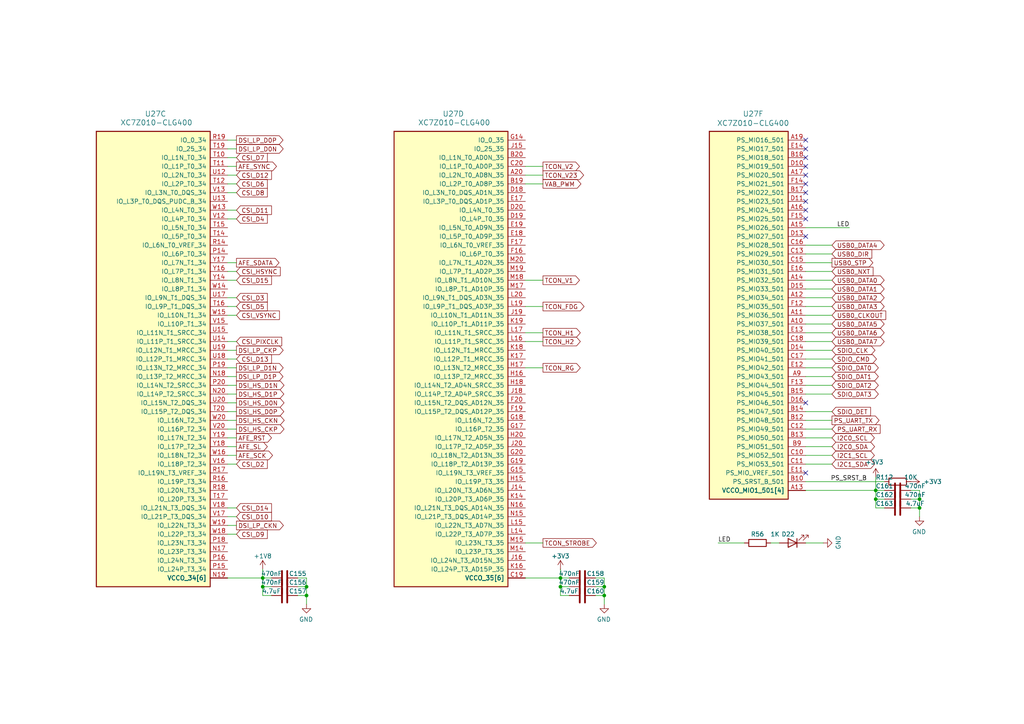
<source format=kicad_sch>
(kicad_sch (version 20231120) (generator "eeschema") (generator_version "8.0")
  (paper "A4")
  (junction (at 175.26 170.18))
  (junction (at 162.56 167.64))
  (junction (at 88.9 172.72))
  (junction (at 254 144.78))
  (junction (at 254 142.24))
  (junction (at 88.9 170.18))
  (junction (at 76.2 170.18))
  (junction (at 266.7 147.32))
  (junction (at 266.7 144.78))
  (junction (at 162.56 170.18))
  (junction (at 76.2 167.64))
  (junction (at 175.26 172.72))
  (no_connect (at 233.68 43.18))
  (no_connect (at 233.68 63.5))
  (no_connect (at 233.68 60.96))
  (no_connect (at 233.68 68.58))
  (no_connect (at 233.68 137.16))
  (no_connect (at 233.68 53.34))
  (no_connect (at 233.68 116.84))
  (no_connect (at 233.68 58.42))
  (no_connect (at 233.68 48.26))
  (no_connect (at 233.68 45.72))
  (no_connect (at 233.68 50.8))
  (no_connect (at 233.68 55.88))
  (no_connect (at 233.68 40.64))
  (wire (pts (xy 66.04 55.88) (xy 68.58 55.88)))
  (wire (pts (xy 66.04 101.6) (xy 68.58 101.6)))
  (wire (pts (xy 241.3 71.12) (xy 233.68 71.12)))
  (wire (pts (xy 241.3 114.3) (xy 233.68 114.3)))
  (wire (pts (xy 66.04 48.26) (xy 68.58 48.26)))
  (wire (pts (xy 172.72 167.64) (xy 175.26 167.64)))
  (wire (pts (xy 66.04 91.44) (xy 68.58 91.44)))
  (wire (pts (xy 88.9 167.64) (xy 88.9 170.18)))
  (wire (pts (xy 233.68 132.08) (xy 241.3 132.08)))
  (wire (pts (xy 66.04 119.38) (xy 68.58 119.38)))
  (wire (pts (xy 264.16 142.24) (xy 266.7 142.24)))
  (wire (pts (xy 241.3 76.2) (xy 233.68 76.2)))
  (wire (pts (xy 241.3 81.28) (xy 233.68 81.28)))
  (wire (pts (xy 241.3 111.76) (xy 233.68 111.76)))
  (wire (pts (xy 66.04 104.14) (xy 68.58 104.14)))
  (wire (pts (xy 157.48 96.52) (xy 152.4 96.52)))
  (wire (pts (xy 88.9 170.18) (xy 88.9 172.72)))
  (wire (pts (xy 66.04 167.64) (xy 76.2 167.64)))
  (wire (pts (xy 66.04 116.84) (xy 68.58 116.84)))
  (wire (pts (xy 241.3 86.36) (xy 233.68 86.36)))
  (wire (pts (xy 241.3 109.22) (xy 233.68 109.22)))
  (wire (pts (xy 157.48 50.8) (xy 152.4 50.8)))
  (wire (pts (xy 241.3 91.44) (xy 233.68 91.44)))
  (wire (pts (xy 66.04 88.9) (xy 68.58 88.9)))
  (wire (pts (xy 172.72 172.72) (xy 175.26 172.72)))
  (wire (pts (xy 233.68 127) (xy 241.3 127)))
  (wire (pts (xy 233.68 124.46) (xy 241.3 124.46)))
  (wire (pts (xy 66.04 127) (xy 68.58 127)))
  (wire (pts (xy 175.26 175.26) (xy 175.26 172.72)))
  (wire (pts (xy 233.68 134.62) (xy 241.3 134.62)))
  (wire (pts (xy 208.28 157.48) (xy 215.9 157.48)))
  (wire (pts (xy 266.7 142.24) (xy 266.7 144.78)))
  (wire (pts (xy 162.56 170.18) (xy 162.56 167.64)))
  (wire (pts (xy 78.74 172.72) (xy 76.2 172.72)))
  (wire (pts (xy 157.48 81.28) (xy 152.4 81.28)))
  (wire (pts (xy 66.04 121.92) (xy 68.58 121.92)))
  (wire (pts (xy 162.56 172.72) (xy 162.56 170.18)))
  (wire (pts (xy 233.68 129.54) (xy 241.3 129.54)))
  (wire (pts (xy 76.2 172.72) (xy 76.2 170.18)))
  (wire (pts (xy 76.2 167.64) (xy 78.74 167.64)))
  (wire (pts (xy 241.3 104.14) (xy 233.68 104.14)))
  (wire (pts (xy 254 147.32) (xy 254 144.78)))
  (wire (pts (xy 66.04 147.32) (xy 68.58 147.32)))
  (wire (pts (xy 162.56 165.1) (xy 162.56 167.64)))
  (wire (pts (xy 172.72 170.18) (xy 175.26 170.18)))
  (wire (pts (xy 241.3 106.68) (xy 233.68 106.68)))
  (wire (pts (xy 66.04 134.62) (xy 68.58 134.62)))
  (wire (pts (xy 66.04 154.94) (xy 68.58 154.94)))
  (wire (pts (xy 266.7 144.78) (xy 266.7 147.32)))
  (wire (pts (xy 162.56 167.64) (xy 165.1 167.64)))
  (wire (pts (xy 246.38 66.04) (xy 233.68 66.04)))
  (wire (pts (xy 66.04 40.64) (xy 68.58 40.64)))
  (wire (pts (xy 66.04 43.18) (xy 68.58 43.18)))
  (wire (pts (xy 241.3 99.06) (xy 233.68 99.06)))
  (wire (pts (xy 264.16 147.32) (xy 266.7 147.32)))
  (wire (pts (xy 157.48 88.9) (xy 152.4 88.9)))
  (wire (pts (xy 66.04 81.28) (xy 68.58 81.28)))
  (wire (pts (xy 157.48 106.68) (xy 152.4 106.68)))
  (wire (pts (xy 233.68 121.92) (xy 241.3 121.92)))
  (wire (pts (xy 241.3 93.98) (xy 233.68 93.98)))
  (wire (pts (xy 256.54 147.32) (xy 254 147.32)))
  (wire (pts (xy 86.36 170.18) (xy 88.9 170.18)))
  (wire (pts (xy 66.04 86.36) (xy 68.58 86.36)))
  (wire (pts (xy 66.04 106.68) (xy 68.58 106.68)))
  (wire (pts (xy 264.16 144.78) (xy 266.7 144.78)))
  (wire (pts (xy 66.04 111.76) (xy 68.58 111.76)))
  (wire (pts (xy 66.04 114.3) (xy 68.58 114.3)))
  (wire (pts (xy 66.04 63.5) (xy 68.58 63.5)))
  (wire (pts (xy 152.4 167.64) (xy 162.56 167.64)))
  (wire (pts (xy 254 144.78) (xy 254 142.24)))
  (wire (pts (xy 254 138.43) (xy 254 142.24)))
  (wire (pts (xy 241.3 83.82) (xy 233.68 83.82)))
  (wire (pts (xy 175.26 167.64) (xy 175.26 170.18)))
  (wire (pts (xy 66.04 45.72) (xy 68.58 45.72)))
  (wire (pts (xy 66.04 132.08) (xy 68.58 132.08)))
  (wire (pts (xy 241.3 96.52) (xy 233.68 96.52)))
  (wire (pts (xy 241.3 119.38) (xy 233.68 119.38)))
  (wire (pts (xy 66.04 129.54) (xy 68.58 129.54)))
  (wire (pts (xy 66.04 124.46) (xy 68.58 124.46)))
  (wire (pts (xy 66.04 152.4) (xy 68.58 152.4)))
  (wire (pts (xy 76.2 170.18) (xy 76.2 167.64)))
  (wire (pts (xy 88.9 175.26) (xy 88.9 172.72)))
  (wire (pts (xy 66.04 50.8) (xy 68.58 50.8)))
  (wire (pts (xy 241.3 101.6) (xy 233.68 101.6)))
  (wire (pts (xy 66.04 78.74) (xy 68.58 78.74)))
  (wire (pts (xy 66.04 76.2) (xy 68.58 76.2)))
  (wire (pts (xy 66.04 60.96) (xy 68.58 60.96)))
  (wire (pts (xy 165.1 172.72) (xy 162.56 172.72)))
  (wire (pts (xy 241.3 78.74) (xy 233.68 78.74)))
  (wire (pts (xy 66.04 99.06) (xy 68.58 99.06)))
  (wire (pts (xy 223.52 157.48) (xy 226.06 157.48)))
  (wire (pts (xy 165.1 170.18) (xy 162.56 170.18)))
  (wire (pts (xy 266.7 149.86) (xy 266.7 147.32)))
  (wire (pts (xy 256.54 144.78) (xy 254 144.78)))
  (wire (pts (xy 233.68 142.24) (xy 254 142.24)))
  (wire (pts (xy 233.68 139.7) (xy 256.54 139.7)))
  (wire (pts (xy 175.26 170.18) (xy 175.26 172.72)))
  (wire (pts (xy 241.3 73.66) (xy 233.68 73.66)))
  (wire (pts (xy 66.04 109.22) (xy 68.58 109.22)))
  (wire (pts (xy 66.04 53.34) (xy 68.58 53.34)))
  (wire (pts (xy 152.4 53.34) (xy 157.48 53.34)))
  (wire (pts (xy 66.04 149.86) (xy 68.58 149.86)))
  (wire (pts (xy 78.74 170.18) (xy 76.2 170.18)))
  (wire (pts (xy 254 142.24) (xy 256.54 142.24)))
  (wire (pts (xy 157.48 48.26) (xy 152.4 48.26)))
  (wire (pts (xy 157.48 99.06) (xy 152.4 99.06)))
  (wire (pts (xy 157.48 157.48) (xy 152.4 157.48)))
  (wire (pts (xy 86.36 172.72) (xy 88.9 172.72)))
  (wire (pts (xy 86.36 167.64) (xy 88.9 167.64)))
  (wire (pts (xy 241.3 88.9) (xy 233.68 88.9)))
  (wire (pts (xy 76.2 165.1) (xy 76.2 167.64)))
  (wire (pts (xy 233.68 157.48) (xy 238.76 157.48)))
  (label "LED" (at 246.38 66.04 180))
  (label "PS_SRST_B" (at 251.46 139.7 180))
  (label "LED" (at 208.28 157.48 0))
  (global_label "DSI_HS_CKN" (shape output) (at 68.58 121.92 0) (property "Intersheetrefs" "${INTERSHEET_REFS}" (effects (hide yes))))
  (global_label "USB0_DATA4" (shape bidirectional) (at 241.3 71.12 0) (property "Intersheetrefs" "${INTERSHEET_REFS}" (effects (hide yes))))
  (global_label "PS_UART_RX" (shape input) (at 241.3 124.46 0) (property "Intersheetrefs" "${INTERSHEET_REFS}" (effects (hide yes))))
  (global_label "AFE_SL" (shape output) (at 68.58 129.54 0) (property "Intersheetrefs" "${INTERSHEET_REFS}" (effects (hide yes))))
  (global_label "USB0_NXT" (shape input) (at 241.3 78.74 0) (property "Intersheetrefs" "${INTERSHEET_REFS}" (effects (hide yes))))
  (global_label "DSI_HS_D0P" (shape output) (at 68.58 119.38 0) (property "Intersheetrefs" "${INTERSHEET_REFS}" (effects (hide yes))))
  (global_label "CSI_PIXCLK" (shape input) (at 68.58 99.06 0) (property "Intersheetrefs" "${INTERSHEET_REFS}" (effects (hide yes))))
  (global_label "USB0_CLKOUT" (shape input) (at 241.3 91.44 0) (property "Intersheetrefs" "${INTERSHEET_REFS}" (effects (hide yes))))
  (global_label "DSI_HS_D0N" (shape output) (at 68.58 116.84 0) (property "Intersheetrefs" "${INTERSHEET_REFS}" (effects (hide yes))))
  (global_label "DSI_HS_D1N" (shape output) (at 68.58 111.76 0) (property "Intersheetrefs" "${INTERSHEET_REFS}" (effects (hide yes))))
  (global_label "I2C0_SDA" (shape bidirectional) (at 241.3 129.54 0) (property "Intersheetrefs" "${INTERSHEET_REFS}" (effects (hide yes))))
  (global_label "USB0_DATA3" (shape bidirectional) (at 241.3 88.9 0) (property "Intersheetrefs" "${INTERSHEET_REFS}" (effects (hide yes))))
  (global_label "CSI_D11" (shape input) (at 68.58 60.96 0) (property "Intersheetrefs" "${INTERSHEET_REFS}" (effects (hide yes))))
  (global_label "USB0_DATA1" (shape bidirectional) (at 241.3 83.82 0) (property "Intersheetrefs" "${INTERSHEET_REFS}" (effects (hide yes))))
  (global_label "SDIO_DAT3" (shape bidirectional) (at 241.3 114.3 0) (property "Intersheetrefs" "${INTERSHEET_REFS}" (effects (hide yes))))
  (global_label "CSI_D2" (shape input) (at 68.58 134.62 0) (property "Intersheetrefs" "${INTERSHEET_REFS}" (effects (hide yes))))
  (global_label "AFE_SDATA" (shape output) (at 68.58 76.2 0) (property "Intersheetrefs" "${INTERSHEET_REFS}" (effects (hide yes))))
  (global_label "CSI_D3" (shape input) (at 68.58 86.36 0) (property "Intersheetrefs" "${INTERSHEET_REFS}" (effects (hide yes))))
  (global_label "TCON_V2" (shape output) (at 157.48 48.26 0) (property "Intersheetrefs" "${INTERSHEET_REFS}" (effects (hide yes))))
  (global_label "I2C0_SCL" (shape bidirectional) (at 241.3 127 0) (property "Intersheetrefs" "${INTERSHEET_REFS}" (effects (hide yes))))
  (global_label "AFE_RST" (shape output) (at 68.58 127 0) (property "Intersheetrefs" "${INTERSHEET_REFS}" (effects (hide yes))))
  (global_label "CSI_D7" (shape input) (at 68.58 45.72 0) (property "Intersheetrefs" "${INTERSHEET_REFS}" (effects (hide yes))))
  (global_label "USB0_DATA0" (shape bidirectional) (at 241.3 81.28 0) (property "Intersheetrefs" "${INTERSHEET_REFS}" (effects (hide yes))))
  (global_label "CSI_D15" (shape input) (at 68.58 81.28 0) (property "Intersheetrefs" "${INTERSHEET_REFS}" (effects (hide yes))))
  (global_label "CSI_D6" (shape input) (at 68.58 53.34 0) (property "Intersheetrefs" "${INTERSHEET_REFS}" (effects (hide yes))))
  (global_label "DSI_LP_D0N" (shape output) (at 68.58 43.18 0) (property "Intersheetrefs" "${INTERSHEET_REFS}" (effects (hide yes))))
  (global_label "CSI_D9" (shape input) (at 68.58 154.94 0) (property "Intersheetrefs" "${INTERSHEET_REFS}" (effects (hide yes))))
  (global_label "CSI_D5" (shape input) (at 68.58 88.9 0) (property "Intersheetrefs" "${INTERSHEET_REFS}" (effects (hide yes))))
  (global_label "USB0_STP" (shape output) (at 241.3 76.2 0) (property "Intersheetrefs" "${INTERSHEET_REFS}" (effects (hide yes))))
  (global_label "USB0_DATA7" (shape bidirectional) (at 241.3 99.06 0) (property "Intersheetrefs" "${INTERSHEET_REFS}" (effects (hide yes))))
  (global_label "CSI_D13" (shape input) (at 68.58 104.14 0) (property "Intersheetrefs" "${INTERSHEET_REFS}" (effects (hide yes))))
  (global_label "DSI_HS_D1P" (shape output) (at 68.58 114.3 0) (property "Intersheetrefs" "${INTERSHEET_REFS}" (effects (hide yes))))
  (global_label "DSI_HS_CKP" (shape output) (at 68.58 124.46 0) (property "Intersheetrefs" "${INTERSHEET_REFS}" (effects (hide yes))))
  (global_label "SDIO_CLK" (shape bidirectional) (at 241.3 101.6 0) (property "Intersheetrefs" "${INTERSHEET_REFS}" (effects (hide yes))))
  (global_label "TCON_STROBE" (shape output) (at 157.48 157.48 0) (property "Intersheetrefs" "${INTERSHEET_REFS}" (effects (hide yes))))
  (global_label "TCON_V23" (shape output) (at 157.48 50.8 0) (property "Intersheetrefs" "${INTERSHEET_REFS}" (effects (hide yes))))
  (global_label "DSI_LP_D1P" (shape output) (at 68.58 109.22 0) (property "Intersheetrefs" "${INTERSHEET_REFS}" (effects (hide yes))))
  (global_label "I2C1_SDA" (shape bidirectional) (at 241.3 134.62 0) (property "Intersheetrefs" "${INTERSHEET_REFS}" (effects (hide yes))))
  (global_label "TCON_H1" (shape output) (at 157.48 96.52 0) (property "Intersheetrefs" "${INTERSHEET_REFS}" (effects (hide yes))))
  (global_label "DSI_LP_CKP" (shape output) (at 68.58 101.6 0) (property "Intersheetrefs" "${INTERSHEET_REFS}" (effects (hide yes))))
  (global_label "CSI_D10" (shape input) (at 68.58 149.86 0) (property "Intersheetrefs" "${INTERSHEET_REFS}" (effects (hide yes))))
  (global_label "PS_UART_TX" (shape output) (at 241.3 121.92 0) (property "Intersheetrefs" "${INTERSHEET_REFS}" (effects (hide yes))))
  (global_label "CSI_D12" (shape input) (at 68.58 50.8 0) (property "Intersheetrefs" "${INTERSHEET_REFS}" (effects (hide yes))))
  (global_label "USB0_DATA6" (shape bidirectional) (at 241.3 96.52 0) (property "Intersheetrefs" "${INTERSHEET_REFS}" (effects (hide yes))))
  (global_label "CSI_VSYNC" (shape input) (at 68.58 91.44 0) (property "Intersheetrefs" "${INTERSHEET_REFS}" (effects (hide yes))))
  (global_label "DSI_LP_D1N" (shape output) (at 68.58 106.68 0) (property "Intersheetrefs" "${INTERSHEET_REFS}" (effects (hide yes))))
  (global_label "TCON_FDG" (shape output) (at 157.48 88.9 0) (property "Intersheetrefs" "${INTERSHEET_REFS}" (effects (hide yes))))
  (global_label "SDIO_DAT2" (shape bidirectional) (at 241.3 111.76 0) (property "Intersheetrefs" "${INTERSHEET_REFS}" (effects (hide yes))))
  (global_label "TCON_V1" (shape output) (at 157.48 81.28 0) (property "Intersheetrefs" "${INTERSHEET_REFS}" (effects (hide yes))))
  (global_label "SDIO_CMD" (shape bidirectional) (at 241.3 104.14 0) (property "Intersheetrefs" "${INTERSHEET_REFS}" (effects (hide yes))))
  (global_label "SDIO_DAT0" (shape bidirectional) (at 241.3 106.68 0) (property "Intersheetrefs" "${INTERSHEET_REFS}" (effects (hide yes))))
  (global_label "DSI_LP_CKN" (shape output) (at 68.58 152.4 0) (property "Intersheetrefs" "${INTERSHEET_REFS}" (effects (hide yes))))
  (global_label "CSI_D8" (shape input) (at 68.58 55.88 0) (property "Intersheetrefs" "${INTERSHEET_REFS}" (effects (hide yes))))
  (global_label "AFE_SYNC" (shape output) (at 68.58 48.26 0) (property "Intersheetrefs" "${INTERSHEET_REFS}" (effects (hide yes))))
  (global_label "I2C1_SCL" (shape bidirectional) (at 241.3 132.08 0) (property "Intersheetrefs" "${INTERSHEET_REFS}" (effects (hide yes))))
  (global_label "USB0_DATA2" (shape bidirectional) (at 241.3 86.36 0) (property "Intersheetrefs" "${INTERSHEET_REFS}" (effects (hide yes))))
  (global_label "TCON_H2" (shape output) (at 157.48 99.06 0) (property "Intersheetrefs" "${INTERSHEET_REFS}" (effects (hide yes))))
  (global_label "VAB_PWM" (shape output) (at 157.48 53.34 0) (property "Intersheetrefs" "${INTERSHEET_REFS}" (effects (hide yes))))
  (global_label "CSI_D4" (shape input) (at 68.58 63.5 0) (property "Intersheetrefs" "${INTERSHEET_REFS}" (effects (hide yes))))
  (global_label "CSI_HSYNC" (shape input) (at 68.58 78.74 0) (property "Intersheetrefs" "${INTERSHEET_REFS}" (effects (hide yes))))
  (global_label "DSI_LP_D0P" (shape output) (at 68.58 40.64 0) (property "Intersheetrefs" "${INTERSHEET_REFS}" (effects (hide yes))))
  (global_label "SDIO_DET" (shape input) (at 241.3 119.38 0) (property "Intersheetrefs" "${INTERSHEET_REFS}" (effects (hide yes))))
  (global_label "SDIO_DAT1" (shape bidirectional) (at 241.3 109.22 0) (property "Intersheetrefs" "${INTERSHEET_REFS}" (effects (hide yes))))
  (global_label "AFE_SCK" (shape output) (at 68.58 132.08 0) (property "Intersheetrefs" "${INTERSHEET_REFS}" (effects (hide yes))))
  (global_label "USB0_DATA5" (shape bidirectional) (at 241.3 93.98 0) (property "Intersheetrefs" "${INTERSHEET_REFS}" (effects (hide yes))))
  (global_label "USB0_DIR" (shape input) (at 241.3 73.66 0) (property "Intersheetrefs" "${INTERSHEET_REFS}" (effects (hide yes))))
  (global_label "CSI_D14" (shape input) (at 68.58 147.32 0) (property "Intersheetrefs" "${INTERSHEET_REFS}" (effects (hide yes))))
  (global_label "TCON_RG" (shape output) (at 157.48 106.68 0) (property "Intersheetrefs" "${INTERSHEET_REFS}" (effects (hide yes))))
  (symbol (lib_id "symbols:XC7Z007S-CLG400") (at 152.4 40.64 0) (mirror y) (unit 4)
    (property "Reference" "U27" (at 134.62 33.02 0) (effects (font (size 1.524 1.524)) (justify left)))
    (property "Value" "XC7Z010-CLG400" (at 142.24 35.56 0) (effects (font (size 1.524 1.524)) (justify left)))
    (property "Footprint" "Package_BGA:Xilinx_CLG400" (effects (hide yes)))
    (property "desc" "xc7z007sclg400" (effects (hide yes)))
  )
  (symbol (lib_id "Device:C") (at 82.55 172.72 90) (mirror x) (unit 1)
    (property "Reference" "C157" (at 86.36 171.45 90))
    (property "Value" "4.7uF" (at 78.74 171.45 90))
    (property "Footprint" "Capacitor_SMD:C_0603_1608Metric" (effects (hide yes)))
  )
  (symbol (lib_id "Device:R") (at 219.71 157.48 90) (unit 1)
    (property "Reference" "R56" (at 219.71 154.94 90))
    (property "Value" "1K" (at 224.79 154.94 90))
    (property "Footprint" "Resistor_SMD:R_0402_1005Metric" (effects (hide yes)))
  )
  (symbol (lib_id "power:GND") (at 175.26 175.26 0) (mirror y) (unit 1)
    (property "Reference" "#PWR0269" (effects (hide yes)))
    (property "Value" "GND" (at 175.133 179.6542 0))
  )
  (symbol (lib_id "power:GND") (at 88.9 175.26 0) (mirror y) (unit 1)
    (property "Reference" "#PWR0267" (effects (hide yes)))
    (property "Value" "GND" (at 88.773 179.6542 0))
  )
  (symbol (lib_id "symbols:XC7Z007S-CLG400") (at 66.04 40.64 0) (mirror y) (unit 3)
    (property "Reference" "U27" (at 48.26 33.02 0) (effects (font (size 1.524 1.524)) (justify left)))
    (property "Value" "XC7Z010-CLG400" (at 55.88 35.56 0) (effects (font (size 1.524 1.524)) (justify left)))
    (property "Footprint" "Package_BGA:Xilinx_CLG400" (effects (hide yes)))
    (property "desc" "xc7z007sclg400" (effects (hide yes)))
  )
  (symbol (lib_id "Device:R") (at 260.35 139.7 270) (mirror x) (unit 1)
    (property "Reference" "R112" (at 256.54 138.43 90))
    (property "Value" "10K" (at 264.16 138.43 90))
    (property "Footprint" "Resistor_SMD:R_0402_1005Metric" (effects (hide yes)))
  )
  (symbol (lib_id "Device:C") (at 168.91 172.72 90) (mirror x) (unit 1)
    (property "Reference" "C160" (at 172.72 171.45 90))
    (property "Value" "4.7uF" (at 165.1 171.45 90))
    (property "Footprint" "Capacitor_SMD:C_0603_1608Metric" (effects (hide yes)))
  )
  (symbol (lib_id "Device:C") (at 82.55 170.18 90) (mirror x) (unit 1)
    (property "Reference" "C156" (at 86.36 168.91 90))
    (property "Value" "470nF" (at 78.74 168.91 90))
    (property "Footprint" "Capacitor_SMD:C_0402_1005Metric" (effects (hide yes)))
  )
  (symbol (lib_id "Device:C") (at 260.35 144.78 90) (mirror x) (unit 1)
    (property "Reference" "C162" (at 256.54 143.51 90))
    (property "Value" "470nF" (at 265.43 143.51 90))
    (property "Footprint" "Capacitor_SMD:C_0402_1005Metric" (effects (hide yes)))
  )
  (symbol (lib_id "power:+1V8") (at 76.2 165.1 0) (unit 1)
    (property "Reference" "#PWR0266" (effects (hide yes)))
    (property "Value" "+1V8" (at 76.2 161.29 0))
  )
  (symbol (lib_id "power:GND") (at 238.76 157.48 90) (unit 1)
    (property "Reference" "#PWR0233" (effects (hide yes)))
    (property "Value" "GND" (at 243.1542 157.353 0))
  )
  (symbol (lib_id "symbols:XC7Z007S-CLG400") (at 233.68 40.64 0) (mirror y) (unit 6)
    (property "Reference" "U27" (at 218.44 33.02 0) (effects (font (size 1.524 1.524))))
    (property "Value" "XC7Z010-CLG400" (at 218.44 35.7124 0) (effects (font (size 1.524 1.524))))
    (property "Footprint" "Package_BGA:Xilinx_CLG400" (effects (hide yes)))
    (property "desc" "xc7z007sclg400" (effects (hide yes)))
  )
  (symbol (lib_id "power:+3V3") (at 264.16 139.7 270) (mirror x) (unit 1)
    (property "Reference" "#PWR0271" (effects (hide yes)))
    (property "Value" "+3V3" (at 270.51 139.7 90))
  )
  (symbol (lib_id "Device:C") (at 260.35 147.32 90) (mirror x) (unit 1)
    (property "Reference" "C163" (at 256.54 146.05 90))
    (property "Value" "4.7uF" (at 265.43 146.05 90))
    (property "Footprint" "Capacitor_SMD:C_0603_1608Metric" (effects (hide yes)))
  )
  (symbol (lib_id "power:GND") (at 266.7 149.86 0) (mirror y) (unit 1)
    (property "Reference" "#PWR0272" (effects (hide yes)))
    (property "Value" "GND" (at 266.573 154.2542 0))
  )
  (symbol (lib_id "Device:C") (at 168.91 167.64 90) (mirror x) (unit 1)
    (property "Reference" "C158" (at 172.72 166.37 90))
    (property "Value" "470nF" (at 165.1 166.37 90))
    (property "Footprint" "Capacitor_SMD:C_0402_1005Metric" (effects (hide yes)))
  )
  (symbol (lib_id "Device:C") (at 168.91 170.18 90) (mirror x) (unit 1)
    (property "Reference" "C159" (at 172.72 168.91 90))
    (property "Value" "470nF" (at 165.1 168.91 90))
    (property "Footprint" "Capacitor_SMD:C_0402_1005Metric" (effects (hide yes)))
  )
  (symbol (lib_id "Device:C") (at 260.35 142.24 90) (mirror x) (unit 1)
    (property "Reference" "C161" (at 256.54 140.97 90))
    (property "Value" "470nF" (at 265.43 140.97 90))
    (property "Footprint" "Capacitor_SMD:C_0402_1005Metric" (effects (hide yes)))
  )
  (symbol (lib_id "Device:LED") (at 229.87 157.48 180) (unit 1)
    (property "Reference" "D22" (at 228.6 154.94 0))
    (property "Value" "LED" (effects (hide yes)))
    (property "Footprint" "LED_SMD:LED_0603_1608Metric" (effects (hide yes)))
  )
  (symbol (lib_id "power:+3V3") (at 254 138.43 0) (mirror y) (unit 1)
    (property "Reference" "#PWR0270" (effects (hide yes)))
    (property "Value" "+3V3" (at 253.619 134.0358 0))
  )
  (symbol (lib_id "Device:C") (at 82.55 167.64 90) (mirror x) (unit 1)
    (property "Reference" "C155" (at 86.36 166.37 90))
    (property "Value" "470nF" (at 78.74 166.37 90))
    (property "Footprint" "Capacitor_SMD:C_0402_1005Metric" (effects (hide yes)))
  )
  (symbol (lib_name "+3V3_1") (lib_id "power:+3V3") (at 162.56 165.1 0) (unit 1)
    (property "Reference" "#PWR0268" (effects (hide yes)))
    (property "Value" "+3V3" (at 162.56 161.29 0))
    (property "Description" "Power symbol creates a global label with name \"+3V3\"" (effects (hide yes)))
  )
)
</source>
